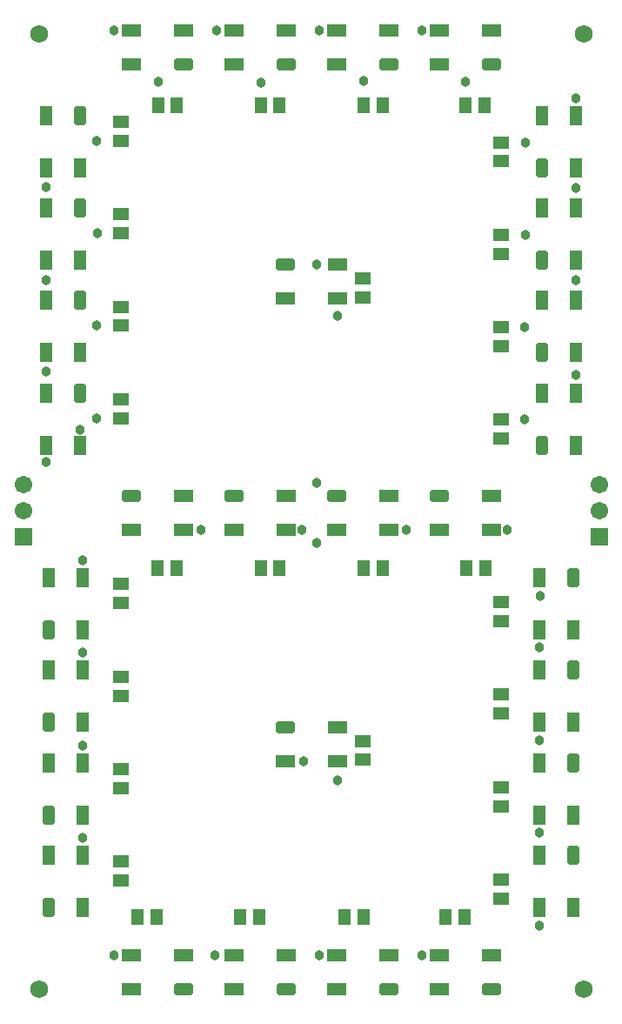
<source format=gts>
G04*
G04 #@! TF.GenerationSoftware,Altium Limited,Altium Designer,20.2.6 (244)*
G04*
G04 Layer_Color=8388736*
%FSLAX25Y25*%
%MOIN*%
G70*
G04*
G04 #@! TF.SameCoordinates,5A4684AA-0BDD-4268-B9F4-3C1D46E6F2CF*
G04*
G04*
G04 #@! TF.FilePolarity,Negative*
G04*
G01*
G75*
%ADD22R,0.06312X0.04737*%
%ADD23R,0.04737X0.06312*%
%ADD24R,0.07493X0.04737*%
%ADD25R,0.07493X0.04737*%
G04:AMPARAMS|DCode=26|XSize=74.93mil|YSize=47.37mil|CornerRadius=13.84mil|HoleSize=0mil|Usage=FLASHONLY|Rotation=0.000|XOffset=0mil|YOffset=0mil|HoleType=Round|Shape=RoundedRectangle|*
%AMROUNDEDRECTD26*
21,1,0.07493,0.01968,0,0,0.0*
21,1,0.04724,0.04737,0,0,0.0*
1,1,0.02769,0.02362,-0.00984*
1,1,0.02769,-0.02362,-0.00984*
1,1,0.02769,-0.02362,0.00984*
1,1,0.02769,0.02362,0.00984*
%
%ADD26ROUNDEDRECTD26*%
%ADD27R,0.04737X0.07493*%
%ADD28R,0.04737X0.07493*%
G04:AMPARAMS|DCode=29|XSize=74.93mil|YSize=47.37mil|CornerRadius=13.84mil|HoleSize=0mil|Usage=FLASHONLY|Rotation=90.000|XOffset=0mil|YOffset=0mil|HoleType=Round|Shape=RoundedRectangle|*
%AMROUNDEDRECTD29*
21,1,0.07493,0.01968,0,0,90.0*
21,1,0.04724,0.04737,0,0,90.0*
1,1,0.02769,0.00984,0.02362*
1,1,0.02769,0.00984,-0.02362*
1,1,0.02769,-0.00984,-0.02362*
1,1,0.02769,-0.00984,0.02362*
%
%ADD29ROUNDEDRECTD29*%
%ADD30C,0.06706*%
%ADD31R,0.06706X0.06706*%
%ADD32C,0.06800*%
%ADD33C,0.03800*%
D22*
X137795Y108957D02*
D03*
Y101673D02*
D03*
Y286122D02*
D03*
Y278839D02*
D03*
X45276Y346161D02*
D03*
Y338878D02*
D03*
Y310728D02*
D03*
Y303445D02*
D03*
Y275295D02*
D03*
Y268012D02*
D03*
Y239862D02*
D03*
Y232579D02*
D03*
X190945Y224705D02*
D03*
Y231988D02*
D03*
Y260138D02*
D03*
Y267421D02*
D03*
Y295571D02*
D03*
Y302854D02*
D03*
Y331004D02*
D03*
Y338287D02*
D03*
X45276Y55413D02*
D03*
Y62697D02*
D03*
Y90847D02*
D03*
Y98130D02*
D03*
Y126279D02*
D03*
Y133563D02*
D03*
Y161713D02*
D03*
Y168996D02*
D03*
X190945Y162106D02*
D03*
Y154823D02*
D03*
Y126786D02*
D03*
Y119502D02*
D03*
Y91240D02*
D03*
Y83957D02*
D03*
Y55807D02*
D03*
Y48524D02*
D03*
D23*
X184577Y352362D02*
D03*
X177293D02*
D03*
X145374D02*
D03*
X138091D02*
D03*
X106004D02*
D03*
X98721D02*
D03*
X66634D02*
D03*
X59350D02*
D03*
X59280Y175197D02*
D03*
X66563D02*
D03*
X98721D02*
D03*
X106004D02*
D03*
X138091D02*
D03*
X145374D02*
D03*
X177461D02*
D03*
X184744D02*
D03*
X176870Y41339D02*
D03*
X169587D02*
D03*
X138181D02*
D03*
X130898D02*
D03*
X98130D02*
D03*
X90847D02*
D03*
X58760D02*
D03*
X51476D02*
D03*
D24*
X128110Y101268D02*
D03*
X108110D02*
D03*
X128110Y278433D02*
D03*
X108110D02*
D03*
X167165Y381016D02*
D03*
X187165D02*
D03*
X127795D02*
D03*
X147795D02*
D03*
X88425D02*
D03*
X108425D02*
D03*
X49055D02*
D03*
X69055D02*
D03*
X187165Y189850D02*
D03*
X167165D02*
D03*
X147795D02*
D03*
X127795D02*
D03*
X108425D02*
D03*
X88425D02*
D03*
X69055D02*
D03*
X49055D02*
D03*
Y26685D02*
D03*
X69055D02*
D03*
X88425D02*
D03*
X108425D02*
D03*
X127795D02*
D03*
X147795D02*
D03*
X167165D02*
D03*
X187165D02*
D03*
D25*
X128110Y114268D02*
D03*
Y291433D02*
D03*
X167165Y368016D02*
D03*
X127795D02*
D03*
X88425D02*
D03*
X49055D02*
D03*
X187165Y202850D02*
D03*
X147795D02*
D03*
X108425D02*
D03*
X69055D02*
D03*
X49055Y13685D02*
D03*
X88425D02*
D03*
X127795D02*
D03*
X167165D02*
D03*
D26*
X108110Y114268D02*
D03*
Y291433D02*
D03*
X187165Y368016D02*
D03*
X147795D02*
D03*
X108425D02*
D03*
X69055D02*
D03*
X167165Y202850D02*
D03*
X127795D02*
D03*
X88425D02*
D03*
X49055D02*
D03*
X69055Y13685D02*
D03*
X108425D02*
D03*
X147795D02*
D03*
X187165D02*
D03*
D27*
X219598Y348583D02*
D03*
Y328583D02*
D03*
Y313150D02*
D03*
Y293150D02*
D03*
Y277716D02*
D03*
Y257716D02*
D03*
Y242284D02*
D03*
Y222284D02*
D03*
X205598Y151417D02*
D03*
Y171417D02*
D03*
Y115984D02*
D03*
Y135984D02*
D03*
Y80551D02*
D03*
Y100551D02*
D03*
Y45118D02*
D03*
Y65118D02*
D03*
X30622D02*
D03*
Y45118D02*
D03*
Y100551D02*
D03*
Y80551D02*
D03*
Y171417D02*
D03*
Y151417D02*
D03*
Y135984D02*
D03*
Y115984D02*
D03*
X16622Y222284D02*
D03*
Y242284D02*
D03*
Y257716D02*
D03*
Y277716D02*
D03*
Y293150D02*
D03*
Y313150D02*
D03*
Y328583D02*
D03*
Y348583D02*
D03*
D28*
X206598D02*
D03*
Y313150D02*
D03*
Y277716D02*
D03*
Y242284D02*
D03*
X218598Y151417D02*
D03*
Y115984D02*
D03*
Y80551D02*
D03*
Y45118D02*
D03*
X17622Y65118D02*
D03*
Y100551D02*
D03*
Y171417D02*
D03*
Y135984D02*
D03*
X29622Y222284D02*
D03*
Y257716D02*
D03*
Y293150D02*
D03*
Y328583D02*
D03*
D29*
X206598D02*
D03*
Y293150D02*
D03*
Y257716D02*
D03*
Y222284D02*
D03*
X218598Y171417D02*
D03*
Y135984D02*
D03*
Y100551D02*
D03*
Y65118D02*
D03*
X17622Y45118D02*
D03*
Y80551D02*
D03*
Y151417D02*
D03*
Y115984D02*
D03*
X29622Y242284D02*
D03*
Y277716D02*
D03*
Y313150D02*
D03*
Y348583D02*
D03*
D30*
X228346Y207008D02*
D03*
Y197008D02*
D03*
X7874Y207008D02*
D03*
Y197008D02*
D03*
D31*
X228346Y187008D02*
D03*
X7874D02*
D03*
D32*
X222441Y379921D02*
D03*
X13780D02*
D03*
X222441Y13780D02*
D03*
X13780D02*
D03*
D33*
X128110Y271811D02*
D03*
Y93661D02*
D03*
X205598Y144685D02*
D03*
Y109252D02*
D03*
Y73929D02*
D03*
Y38276D02*
D03*
X160433Y26685D02*
D03*
X121173D02*
D03*
X81275D02*
D03*
X42433D02*
D03*
X75787Y189850D02*
D03*
X114585D02*
D03*
X193330D02*
D03*
X154417D02*
D03*
X199803Y231988D02*
D03*
X219598Y249250D02*
D03*
X199803Y267421D02*
D03*
X219598Y285323D02*
D03*
X200098Y302854D02*
D03*
X219598Y320866D02*
D03*
X200098Y338287D02*
D03*
X219598Y355128D02*
D03*
X177293Y361578D02*
D03*
X160433Y381016D02*
D03*
X138091Y361706D02*
D03*
X121164Y381016D02*
D03*
X98721Y361221D02*
D03*
X59350Y361516D02*
D03*
X81952Y381016D02*
D03*
X42433D02*
D03*
X35728Y338878D02*
D03*
X16622Y321053D02*
D03*
Y285620D02*
D03*
Y250563D02*
D03*
X36122Y303445D02*
D03*
X35728Y268012D02*
D03*
X35728Y232579D02*
D03*
X16622Y215661D02*
D03*
X30622Y71850D02*
D03*
Y107283D02*
D03*
Y142717D02*
D03*
Y178150D02*
D03*
X205709Y164370D02*
D03*
X115047Y101268D02*
D03*
X120079Y184724D02*
D03*
Y207677D02*
D03*
Y291339D02*
D03*
X29622Y228252D02*
D03*
M02*

</source>
